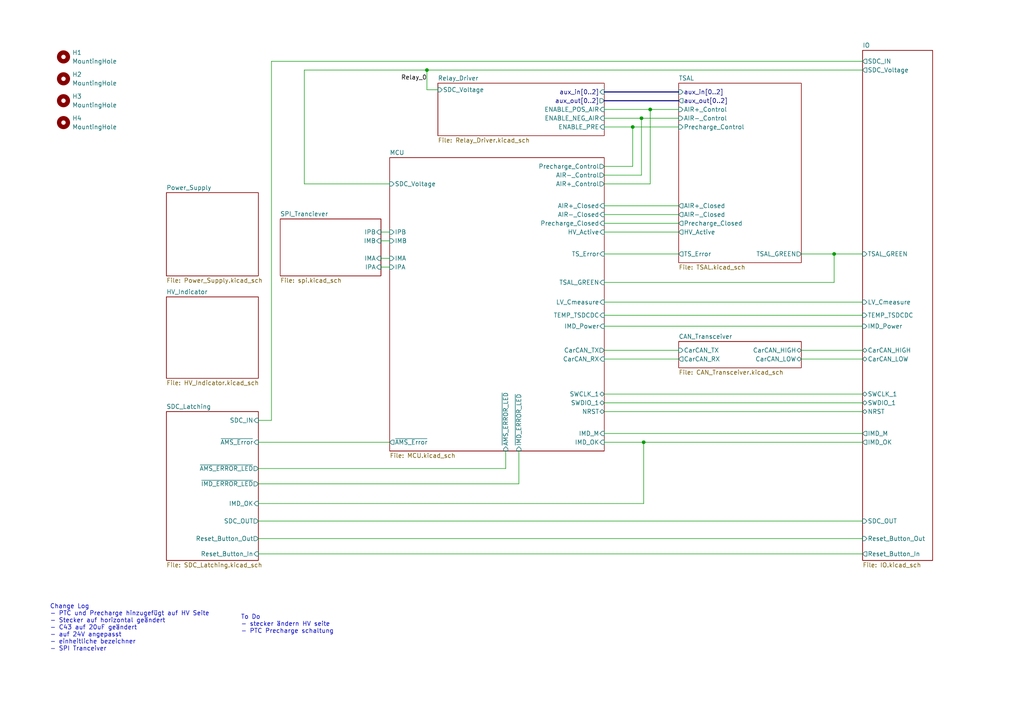
<source format=kicad_sch>
(kicad_sch
	(version 20231120)
	(generator "eeschema")
	(generator_version "8.0")
	(uuid "e63e39d7-6ac0-4ffd-8aa3-1841a4541b55")
	(paper "A4")
	(lib_symbols
		(symbol "Mechanical:MountingHole"
			(pin_names
				(offset 1.016)
			)
			(exclude_from_sim yes)
			(in_bom no)
			(on_board yes)
			(property "Reference" "H"
				(at 0 5.08 0)
				(effects
					(font
						(size 1.27 1.27)
					)
				)
			)
			(property "Value" "MountingHole"
				(at 0 3.175 0)
				(effects
					(font
						(size 1.27 1.27)
					)
				)
			)
			(property "Footprint" ""
				(at 0 0 0)
				(effects
					(font
						(size 1.27 1.27)
					)
					(hide yes)
				)
			)
			(property "Datasheet" "~"
				(at 0 0 0)
				(effects
					(font
						(size 1.27 1.27)
					)
					(hide yes)
				)
			)
			(property "Description" "Mounting Hole without connection"
				(at 0 0 0)
				(effects
					(font
						(size 1.27 1.27)
					)
					(hide yes)
				)
			)
			(property "ki_keywords" "mounting hole"
				(at 0 0 0)
				(effects
					(font
						(size 1.27 1.27)
					)
					(hide yes)
				)
			)
			(property "ki_fp_filters" "MountingHole*"
				(at 0 0 0)
				(effects
					(font
						(size 1.27 1.27)
					)
					(hide yes)
				)
			)
			(symbol "MountingHole_0_1"
				(circle
					(center 0 0)
					(radius 1.27)
					(stroke
						(width 1.27)
						(type default)
					)
					(fill
						(type none)
					)
				)
			)
		)
	)
	(junction
		(at 241.935 73.66)
		(diameter 0)
		(color 0 0 0 0)
		(uuid "0a7f7cff-c29b-4cc6-9d26-e8a073329d15")
	)
	(junction
		(at 123.825 20.32)
		(diameter 0)
		(color 0 0 0 0)
		(uuid "408fafc3-a377-41a0-b7ba-93182cde2895")
	)
	(junction
		(at 186.69 128.27)
		(diameter 0)
		(color 0 0 0 0)
		(uuid "44793ef5-ff1a-4dd7-a42e-e257f8b8042e")
	)
	(junction
		(at 188.595 31.75)
		(diameter 0)
		(color 0 0 0 0)
		(uuid "4978de48-824e-4da0-ad6c-6a4aefa3ff9d")
	)
	(junction
		(at 183.515 36.83)
		(diameter 0)
		(color 0 0 0 0)
		(uuid "7c350bc1-d08e-421e-9df9-7d582d023d7d")
	)
	(junction
		(at 186.055 34.29)
		(diameter 0)
		(color 0 0 0 0)
		(uuid "a1e57cfd-14f7-4329-8eff-f9f55eb71a7d")
	)
	(wire
		(pts
			(xy 175.26 59.69) (xy 196.85 59.69)
		)
		(stroke
			(width 0)
			(type default)
		)
		(uuid "0d9e68e2-e8e4-431c-a910-77e002f64916")
	)
	(wire
		(pts
			(xy 188.595 53.34) (xy 188.595 31.75)
		)
		(stroke
			(width 0)
			(type default)
		)
		(uuid "161c37ee-859e-408a-bfc2-59491a96f951")
	)
	(wire
		(pts
			(xy 175.26 36.83) (xy 183.515 36.83)
		)
		(stroke
			(width 0)
			(type default)
		)
		(uuid "1860a00d-f6ff-4922-be20-059a8da73e09")
	)
	(wire
		(pts
			(xy 175.26 94.615) (xy 250.19 94.615)
		)
		(stroke
			(width 0)
			(type default)
		)
		(uuid "18e14012-8379-44ba-bc03-22592befc89a")
	)
	(wire
		(pts
			(xy 175.26 128.27) (xy 186.69 128.27)
		)
		(stroke
			(width 0)
			(type default)
		)
		(uuid "1b75a20a-67f1-4c22-93ad-86624ea64c65")
	)
	(wire
		(pts
			(xy 186.055 34.29) (xy 196.85 34.29)
		)
		(stroke
			(width 0)
			(type default)
		)
		(uuid "1db01ef0-e8ca-4592-b2d3-07fb736a1c26")
	)
	(wire
		(pts
			(xy 110.49 67.31) (xy 113.03 67.31)
		)
		(stroke
			(width 0)
			(type default)
		)
		(uuid "24f82c31-79c3-42d8-ae53-1dfc0417f292")
	)
	(wire
		(pts
			(xy 186.69 128.27) (xy 186.69 146.05)
		)
		(stroke
			(width 0)
			(type default)
		)
		(uuid "30e997bf-188f-4d9b-bd84-fbf9b303fdbc")
	)
	(bus
		(pts
			(xy 175.26 29.21) (xy 196.85 29.21)
		)
		(stroke
			(width 0)
			(type default)
		)
		(uuid "31ffb8c5-4965-42af-9ed5-2cde8d5c615d")
	)
	(wire
		(pts
			(xy 175.26 31.75) (xy 188.595 31.75)
		)
		(stroke
			(width 0)
			(type default)
		)
		(uuid "32c45256-301b-4d4b-9c80-908f3eaa6645")
	)
	(wire
		(pts
			(xy 78.74 17.78) (xy 250.19 17.78)
		)
		(stroke
			(width 0)
			(type default)
		)
		(uuid "39b04c6a-a164-49f1-abea-a3a32285d465")
	)
	(wire
		(pts
			(xy 175.26 81.915) (xy 241.935 81.915)
		)
		(stroke
			(width 0)
			(type default)
		)
		(uuid "3aeadea1-001e-4433-96d3-f973553a40ce")
	)
	(wire
		(pts
			(xy 88.265 53.34) (xy 113.03 53.34)
		)
		(stroke
			(width 0)
			(type default)
		)
		(uuid "43ff35e9-7cd8-4f62-aee2-70328842afeb")
	)
	(wire
		(pts
			(xy 74.93 156.21) (xy 250.19 156.21)
		)
		(stroke
			(width 0)
			(type default)
		)
		(uuid "4c72069e-2911-45fc-ac82-d63dbffe3b04")
	)
	(wire
		(pts
			(xy 183.515 36.83) (xy 183.515 48.26)
		)
		(stroke
			(width 0)
			(type default)
		)
		(uuid "4ec701c3-5b60-44fd-aa98-394de6f7caab")
	)
	(wire
		(pts
			(xy 188.595 31.75) (xy 196.85 31.75)
		)
		(stroke
			(width 0)
			(type default)
		)
		(uuid "51e28119-6df5-4157-ad5a-a917e8c3b6f3")
	)
	(wire
		(pts
			(xy 232.41 104.14) (xy 250.19 104.14)
		)
		(stroke
			(width 0)
			(type default)
		)
		(uuid "52f50848-80d1-428f-ab45-bb31bf0b1bf9")
	)
	(wire
		(pts
			(xy 110.49 77.47) (xy 113.03 77.47)
		)
		(stroke
			(width 0)
			(type default)
		)
		(uuid "54692d45-1676-44b5-883b-2bc41b0fdb8c")
	)
	(wire
		(pts
			(xy 74.93 140.335) (xy 150.495 140.335)
		)
		(stroke
			(width 0)
			(type default)
		)
		(uuid "56636031-e736-471a-aef1-0ac263156ba7")
	)
	(wire
		(pts
			(xy 175.26 73.66) (xy 196.85 73.66)
		)
		(stroke
			(width 0)
			(type default)
		)
		(uuid "59c97f32-e3dc-44cd-97bd-a21f9f2761ed")
	)
	(wire
		(pts
			(xy 175.26 48.26) (xy 183.515 48.26)
		)
		(stroke
			(width 0)
			(type default)
		)
		(uuid "619d8902-06d2-4923-bb65-cfa8d092be87")
	)
	(wire
		(pts
			(xy 175.26 67.31) (xy 196.85 67.31)
		)
		(stroke
			(width 0)
			(type default)
		)
		(uuid "689e55e4-2dd3-42ef-a281-07f6d1c857b3")
	)
	(wire
		(pts
			(xy 74.93 128.27) (xy 113.03 128.27)
		)
		(stroke
			(width 0)
			(type default)
		)
		(uuid "6d2f0521-9da9-4af2-a499-d52735120f75")
	)
	(wire
		(pts
			(xy 110.49 69.85) (xy 113.03 69.85)
		)
		(stroke
			(width 0)
			(type default)
		)
		(uuid "6f739289-0d73-4828-8ed9-0bb5278b8b5b")
	)
	(wire
		(pts
			(xy 150.495 130.81) (xy 150.495 140.335)
		)
		(stroke
			(width 0)
			(type default)
		)
		(uuid "6f995fe1-0166-4ccb-ab08-e9ce4b1480ae")
	)
	(wire
		(pts
			(xy 175.26 114.3) (xy 250.19 114.3)
		)
		(stroke
			(width 0)
			(type default)
		)
		(uuid "72de219e-ea5c-4118-91e1-aa7450812977")
	)
	(wire
		(pts
			(xy 175.26 119.38) (xy 250.19 119.38)
		)
		(stroke
			(width 0)
			(type default)
		)
		(uuid "750042e4-ec72-4b72-a7a1-170d65b6a550")
	)
	(wire
		(pts
			(xy 74.93 121.92) (xy 78.74 121.92)
		)
		(stroke
			(width 0)
			(type default)
		)
		(uuid "78a24785-3b42-46fa-9caf-3fc007c85f2c")
	)
	(wire
		(pts
			(xy 241.935 73.66) (xy 250.19 73.66)
		)
		(stroke
			(width 0)
			(type default)
		)
		(uuid "79c4682b-6f04-465e-bf87-1364ab0de3e5")
	)
	(wire
		(pts
			(xy 241.935 73.66) (xy 241.935 81.915)
		)
		(stroke
			(width 0)
			(type default)
		)
		(uuid "7bf839f6-fe27-416f-b4fb-8b45d66e9c7a")
	)
	(wire
		(pts
			(xy 175.26 50.8) (xy 186.055 50.8)
		)
		(stroke
			(width 0)
			(type default)
		)
		(uuid "7eae9a3b-04d0-4025-90cb-4b284bd379ef")
	)
	(wire
		(pts
			(xy 123.825 26.035) (xy 127 26.035)
		)
		(stroke
			(width 0)
			(type default)
		)
		(uuid "7fe8261e-9374-4542-8746-31b48c970009")
	)
	(wire
		(pts
			(xy 88.265 20.32) (xy 88.265 53.34)
		)
		(stroke
			(width 0)
			(type default)
		)
		(uuid "86c8f75c-d22e-41f4-9b54-7366753afa46")
	)
	(wire
		(pts
			(xy 175.26 64.77) (xy 196.85 64.77)
		)
		(stroke
			(width 0)
			(type default)
		)
		(uuid "879ccb09-3504-4864-9c31-833d63a283d6")
	)
	(wire
		(pts
			(xy 175.26 34.29) (xy 186.055 34.29)
		)
		(stroke
			(width 0)
			(type default)
		)
		(uuid "8893e1cb-365b-4c9c-a85e-2244f030fd1e")
	)
	(wire
		(pts
			(xy 175.26 62.23) (xy 196.85 62.23)
		)
		(stroke
			(width 0)
			(type default)
		)
		(uuid "88aeddeb-4036-4f17-8c76-83e7e6bb50bc")
	)
	(wire
		(pts
			(xy 110.49 74.93) (xy 113.03 74.93)
		)
		(stroke
			(width 0)
			(type default)
		)
		(uuid "8b1d64f7-3258-49b4-92aa-93c8541190ba")
	)
	(wire
		(pts
			(xy 232.41 73.66) (xy 241.935 73.66)
		)
		(stroke
			(width 0)
			(type default)
		)
		(uuid "8f2e9e26-e3f1-440c-a826-c9d96000f0ea")
	)
	(wire
		(pts
			(xy 186.69 128.27) (xy 250.19 128.27)
		)
		(stroke
			(width 0)
			(type default)
		)
		(uuid "970ec349-aa6c-4058-9a8a-06f8b0ada789")
	)
	(wire
		(pts
			(xy 123.825 20.32) (xy 123.825 26.035)
		)
		(stroke
			(width 0)
			(type default)
		)
		(uuid "9eaca443-67c5-43d3-a2cb-8dc2134d743d")
	)
	(wire
		(pts
			(xy 175.26 87.63) (xy 250.19 87.63)
		)
		(stroke
			(width 0)
			(type default)
		)
		(uuid "a07ba9bc-6ee6-4356-918f-f47ec7cc369e")
	)
	(wire
		(pts
			(xy 74.93 160.655) (xy 250.19 160.655)
		)
		(stroke
			(width 0)
			(type default)
		)
		(uuid "a14d2587-5011-4932-895b-968b85fb9c29")
	)
	(wire
		(pts
			(xy 175.26 125.73) (xy 250.19 125.73)
		)
		(stroke
			(width 0)
			(type default)
		)
		(uuid "a268a543-1d94-4c7d-9e93-681aa6017876")
	)
	(wire
		(pts
			(xy 175.26 101.6) (xy 196.85 101.6)
		)
		(stroke
			(width 0)
			(type default)
		)
		(uuid "bbd9a530-d966-44db-b792-6b8364074399")
	)
	(wire
		(pts
			(xy 183.515 36.83) (xy 196.85 36.83)
		)
		(stroke
			(width 0)
			(type default)
		)
		(uuid "bd7c142b-1b4a-4e3e-891a-2fc7994c4031")
	)
	(wire
		(pts
			(xy 175.26 116.84) (xy 250.19 116.84)
		)
		(stroke
			(width 0)
			(type default)
		)
		(uuid "c7fe1963-cd78-4101-8ef6-6dcc644a8e7d")
	)
	(wire
		(pts
			(xy 175.26 91.44) (xy 250.19 91.44)
		)
		(stroke
			(width 0)
			(type default)
		)
		(uuid "cca14e52-daa2-472f-b950-9a1276c72fee")
	)
	(bus
		(pts
			(xy 175.26 26.67) (xy 196.85 26.67)
		)
		(stroke
			(width 0)
			(type default)
		)
		(uuid "cea651cf-4b09-4040-866b-09f29baccde7")
	)
	(wire
		(pts
			(xy 74.93 151.13) (xy 250.19 151.13)
		)
		(stroke
			(width 0)
			(type default)
		)
		(uuid "d0c6c499-7a00-48b4-bd4b-891bbdb16994")
	)
	(wire
		(pts
			(xy 146.685 135.89) (xy 146.685 130.81)
		)
		(stroke
			(width 0)
			(type default)
		)
		(uuid "d316bfb3-2c73-4ff1-84e3-75c482cbfaa2")
	)
	(wire
		(pts
			(xy 175.26 104.14) (xy 196.85 104.14)
		)
		(stroke
			(width 0)
			(type default)
		)
		(uuid "d53b8b6f-dec9-4a34-9e59-6fc2f5bafc6c")
	)
	(wire
		(pts
			(xy 74.93 135.89) (xy 146.685 135.89)
		)
		(stroke
			(width 0)
			(type default)
		)
		(uuid "e0757bcb-e970-4f03-94f2-6301484ac229")
	)
	(wire
		(pts
			(xy 123.825 20.32) (xy 250.19 20.32)
		)
		(stroke
			(width 0)
			(type default)
		)
		(uuid "e4022d97-9262-4b9e-8880-03a4afd73d19")
	)
	(wire
		(pts
			(xy 74.93 146.05) (xy 186.69 146.05)
		)
		(stroke
			(width 0)
			(type default)
		)
		(uuid "ea203829-7c79-4d55-8c55-d3d8ecb641ef")
	)
	(wire
		(pts
			(xy 88.265 20.32) (xy 123.825 20.32)
		)
		(stroke
			(width 0)
			(type default)
		)
		(uuid "ec66eea5-ae96-4bf7-93db-2f86111f3986")
	)
	(wire
		(pts
			(xy 78.74 17.78) (xy 78.74 121.92)
		)
		(stroke
			(width 0)
			(type default)
		)
		(uuid "ef04e179-1035-430f-b8a3-37f6edb09c73")
	)
	(wire
		(pts
			(xy 232.41 101.6) (xy 250.19 101.6)
		)
		(stroke
			(width 0)
			(type default)
		)
		(uuid "f4eb62d3-6998-4510-806f-341547b3745d")
	)
	(wire
		(pts
			(xy 186.055 34.29) (xy 186.055 50.8)
		)
		(stroke
			(width 0)
			(type default)
		)
		(uuid "f883506b-40b7-4a33-8b08-87bb566721c7")
	)
	(wire
		(pts
			(xy 175.26 53.34) (xy 188.595 53.34)
		)
		(stroke
			(width 0)
			(type default)
		)
		(uuid "fa484b90-07b7-4a9e-9fea-6e2a33d9559c")
	)
	(text "Change Log\n- PTC und Precharge hinzugefügt auf HV Seite\n- Stecker auf horizontal geändert \n- C43 auf 20uF geändert\n- auf 24V angepasst\n- einheitliche bezeichner\n- SPI Tranceiver"
		(exclude_from_sim no)
		(at 14.478 182.118 0)
		(effects
			(font
				(size 1.27 1.27)
			)
			(justify left)
		)
		(uuid "95ef62d0-bad7-41e3-b637-788373aeae7f")
	)
	(text "To Do\n- stecker ändern HV seite\n- PTC Precharge schaltung"
		(exclude_from_sim no)
		(at 69.85 181.102 0)
		(effects
			(font
				(size 1.27 1.27)
			)
			(justify left)
		)
		(uuid "ce23c0a7-0559-4e7e-9ce8-9859445b090e")
	)
	(label "Relay_0"
		(at 123.825 23.495 180)
		(fields_autoplaced yes)
		(effects
			(font
				(size 1.27 1.27)
				(color 0 0 0 1)
			)
			(justify right bottom)
		)
		(uuid "5a0c03f1-96bf-4aa0-a982-95eb41ebc984")
		(property "Netclass" "Relay"
			(at 123.825 24.765 0)
			(effects
				(font
					(size 1.27 1.27)
					(bold yes)
					(italic yes)
				)
				(justify right)
				(hide yes)
			)
		)
	)
	(symbol
		(lib_id "Mechanical:MountingHole")
		(at 18.415 22.86 0)
		(unit 1)
		(exclude_from_sim yes)
		(in_bom no)
		(on_board yes)
		(dnp no)
		(fields_autoplaced yes)
		(uuid "21853630-98ed-40d6-a6a4-eace38ba178b")
		(property "Reference" "H2"
			(at 20.955 21.5899 0)
			(effects
				(font
					(size 1.27 1.27)
				)
				(justify left)
			)
		)
		(property "Value" "MountingHole"
			(at 20.955 24.1299 0)
			(effects
				(font
					(size 1.27 1.27)
				)
				(justify left)
			)
		)
		(property "Footprint" "MountingHole:MountingHole_3.2mm_M3"
			(at 18.415 22.86 0)
			(effects
				(font
					(size 1.27 1.27)
				)
				(hide yes)
			)
		)
		(property "Datasheet" "~"
			(at 18.415 22.86 0)
			(effects
				(font
					(size 1.27 1.27)
				)
				(hide yes)
			)
		)
		(property "Description" "Mounting Hole without connection"
			(at 18.415 22.86 0)
			(effects
				(font
					(size 1.27 1.27)
				)
				(hide yes)
			)
		)
		(instances
			(project "Master_FT25"
				(path "/e63e39d7-6ac0-4ffd-8aa3-1841a4541b55"
					(reference "H2")
					(unit 1)
				)
			)
		)
	)
	(symbol
		(lib_id "Mechanical:MountingHole")
		(at 18.415 16.51 0)
		(unit 1)
		(exclude_from_sim yes)
		(in_bom no)
		(on_board yes)
		(dnp no)
		(fields_autoplaced yes)
		(uuid "a2972b97-1264-4697-a55c-9d28d1e676e2")
		(property "Reference" "H1"
			(at 20.955 15.2399 0)
			(effects
				(font
					(size 1.27 1.27)
				)
				(justify left)
			)
		)
		(property "Value" "MountingHole"
			(at 20.955 17.7799 0)
			(effects
				(font
					(size 1.27 1.27)
				)
				(justify left)
			)
		)
		(property "Footprint" "MountingHole:MountingHole_3.2mm_M3"
			(at 18.415 16.51 0)
			(effects
				(font
					(size 1.27 1.27)
				)
				(hide yes)
			)
		)
		(property "Datasheet" "~"
			(at 18.415 16.51 0)
			(effects
				(font
					(size 1.27 1.27)
				)
				(hide yes)
			)
		)
		(property "Description" "Mounting Hole without connection"
			(at 18.415 16.51 0)
			(effects
				(font
					(size 1.27 1.27)
				)
				(hide yes)
			)
		)
		(instances
			(project "Master_FT25"
				(path "/e63e39d7-6ac0-4ffd-8aa3-1841a4541b55"
					(reference "H1")
					(unit 1)
				)
			)
		)
	)
	(symbol
		(lib_id "Mechanical:MountingHole")
		(at 18.415 35.56 0)
		(unit 1)
		(exclude_from_sim yes)
		(in_bom no)
		(on_board yes)
		(dnp no)
		(fields_autoplaced yes)
		(uuid "a349c3df-c545-428f-940e-05c77fd424c0")
		(property "Reference" "H4"
			(at 20.955 34.2899 0)
			(effects
				(font
					(size 1.27 1.27)
				)
				(justify left)
			)
		)
		(property "Value" "MountingHole"
			(at 20.955 36.8299 0)
			(effects
				(font
					(size 1.27 1.27)
				)
				(justify left)
			)
		)
		(property "Footprint" "MountingHole:MountingHole_3.2mm_M3"
			(at 18.415 35.56 0)
			(effects
				(font
					(size 1.27 1.27)
				)
				(hide yes)
			)
		)
		(property "Datasheet" "~"
			(at 18.415 35.56 0)
			(effects
				(font
					(size 1.27 1.27)
				)
				(hide yes)
			)
		)
		(property "Description" "Mounting Hole without connection"
			(at 18.415 35.56 0)
			(effects
				(font
					(size 1.27 1.27)
				)
				(hide yes)
			)
		)
		(instances
			(project "Master_FT25"
				(path "/e63e39d7-6ac0-4ffd-8aa3-1841a4541b55"
					(reference "H4")
					(unit 1)
				)
			)
		)
	)
	(symbol
		(lib_id "Mechanical:MountingHole")
		(at 18.415 29.21 0)
		(unit 1)
		(exclude_from_sim yes)
		(in_bom no)
		(on_board yes)
		(dnp no)
		(fields_autoplaced yes)
		(uuid "d1527598-7f4d-46c2-9d81-1aa748b9fa8d")
		(property "Reference" "H3"
			(at 20.955 27.9399 0)
			(effects
				(font
					(size 1.27 1.27)
				)
				(justify left)
			)
		)
		(property "Value" "MountingHole"
			(at 20.955 30.4799 0)
			(effects
				(font
					(size 1.27 1.27)
				)
				(justify left)
			)
		)
		(property "Footprint" "MountingHole:MountingHole_3.2mm_M3"
			(at 18.415 29.21 0)
			(effects
				(font
					(size 1.27 1.27)
				)
				(hide yes)
			)
		)
		(property "Datasheet" "~"
			(at 18.415 29.21 0)
			(effects
				(font
					(size 1.27 1.27)
				)
				(hide yes)
			)
		)
		(property "Description" "Mounting Hole without connection"
			(at 18.415 29.21 0)
			(effects
				(font
					(size 1.27 1.27)
				)
				(hide yes)
			)
		)
		(instances
			(project "Master_FT25"
				(path "/e63e39d7-6ac0-4ffd-8aa3-1841a4541b55"
					(reference "H3")
					(unit 1)
				)
			)
		)
	)
	(sheet
		(at 48.26 119.38)
		(size 26.67 43.18)
		(fields_autoplaced yes)
		(stroke
			(width 0.1524)
			(type solid)
		)
		(fill
			(color 0 0 0 0.0000)
		)
		(uuid "1faf3ef0-baac-46e1-a293-a43d671ef048")
		(property "Sheetname" "SDC_Latching"
			(at 48.26 118.6684 0)
			(effects
				(font
					(size 1.27 1.27)
				)
				(justify left bottom)
			)
		)
		(property "Sheetfile" "SDC_Latching.kicad_sch"
			(at 48.26 163.1446 0)
			(effects
				(font
					(size 1.27 1.27)
				)
				(justify left top)
			)
		)
		(pin "Reset_Button_In" input
			(at 74.93 160.655 0)
			(effects
				(font
					(size 1.27 1.27)
				)
				(justify right)
			)
			(uuid "d29d350b-902b-4201-b78d-3987c1d43101")
		)
		(pin "Reset_Button_Out" output
			(at 74.93 156.21 0)
			(effects
				(font
					(size 1.27 1.27)
				)
				(justify right)
			)
			(uuid "b3467c47-149f-4dd6-96a3-1425c5e65cd6")
		)
		(pin "SDC_OUT" output
			(at 74.93 151.13 0)
			(effects
				(font
					(size 1.27 1.27)
				)
				(justify right)
			)
			(uuid "04195bc4-f957-489b-8e05-747e1a2601f4")
		)
		(pin "SDC_IN" input
			(at 74.93 121.92 0)
			(effects
				(font
					(size 1.27 1.27)
				)
				(justify right)
			)
			(uuid "92e1de3b-0808-4574-9811-f75c22fccddf")
		)
		(pin "~{AMS_Error}" input
			(at 74.93 128.27 0)
			(effects
				(font
					(size 1.27 1.27)
				)
				(justify right)
			)
			(uuid "d4f4818d-c3c7-4eeb-9c52-aad858d58f30")
		)
		(pin "IMD_OK" input
			(at 74.93 146.05 0)
			(effects
				(font
					(size 1.27 1.27)
				)
				(justify right)
			)
			(uuid "44e26c19-37fa-4e80-adb7-6f8f90521f09")
		)
		(pin "~{AMS_ERROR_LED}" output
			(at 74.93 135.89 0)
			(effects
				(font
					(size 1.27 1.27)
				)
				(justify right)
			)
			(uuid "db873ff3-3fa6-46f9-acf2-1776292c3326")
		)
		(pin "~{IMD_ERROR_LED}" output
			(at 74.93 140.335 0)
			(effects
				(font
					(size 1.27 1.27)
				)
				(justify right)
			)
			(uuid "1e0ea0b3-c0a4-42d3-b88d-ab6314267023")
		)
		(instances
			(project "Master_FT25"
				(path "/e63e39d7-6ac0-4ffd-8aa3-1841a4541b55"
					(page "10")
				)
			)
		)
	)
	(sheet
		(at 48.26 55.88)
		(size 26.67 24.13)
		(fields_autoplaced yes)
		(stroke
			(width 0.1524)
			(type solid)
		)
		(fill
			(color 0 0 0 0.0000)
		)
		(uuid "22dc17c4-8352-43f2-bb65-d704323b2333")
		(property "Sheetname" "Power_Supply"
			(at 48.26 55.1684 0)
			(effects
				(font
					(size 1.27 1.27)
				)
				(justify left bottom)
			)
		)
		(property "Sheetfile" "Power_Supply.kicad_sch"
			(at 48.26 80.5946 0)
			(effects
				(font
					(size 1.27 1.27)
				)
				(justify left top)
			)
		)
		(instances
			(project "Master_FT25"
				(path "/e63e39d7-6ac0-4ffd-8aa3-1841a4541b55"
					(page "8")
				)
			)
		)
	)
	(sheet
		(at 196.85 24.13)
		(size 35.56 52.07)
		(fields_autoplaced yes)
		(stroke
			(width 0.1524)
			(type solid)
		)
		(fill
			(color 0 0 0 0.0000)
		)
		(uuid "5ce1aa0c-f98f-4b94-80bd-f188cf4c57de")
		(property "Sheetname" "TSAL"
			(at 196.85 23.4184 0)
			(effects
				(font
					(size 1.27 1.27)
				)
				(justify left bottom)
			)
		)
		(property "Sheetfile" "TSAL.kicad_sch"
			(at 196.85 76.7846 0)
			(effects
				(font
					(size 1.27 1.27)
				)
				(justify left top)
			)
		)
		(pin "AIR-_Closed" output
			(at 196.85 62.23 180)
			(effects
				(font
					(size 1.27 1.27)
				)
				(justify left)
			)
			(uuid "7f4f978d-1e5d-4a43-b1bf-c4fa7649bd7e")
		)
		(pin "AIR-_Control" input
			(at 196.85 34.29 180)
			(effects
				(font
					(size 1.27 1.27)
				)
				(justify left)
			)
			(uuid "14206ec6-7d56-4612-a521-5201573867ec")
		)
		(pin "AIR+_Control" input
			(at 196.85 31.75 180)
			(effects
				(font
					(size 1.27 1.27)
				)
				(justify left)
			)
			(uuid "97639659-6003-4e23-b4ab-f30326d3a9e4")
		)
		(pin "AIR+_Closed" output
			(at 196.85 59.69 180)
			(effects
				(font
					(size 1.27 1.27)
				)
				(justify left)
			)
			(uuid "6395d9db-d4bc-4c2e-9617-d5b2bf2defa3")
		)
		(pin "HV_Active" output
			(at 196.85 67.31 180)
			(effects
				(font
					(size 1.27 1.27)
				)
				(justify left)
			)
			(uuid "9bc0c846-6b29-4e4d-a0d2-1bffadd4b174")
		)
		(pin "aux_in[0..2]" input
			(at 196.85 26.67 180)
			(effects
				(font
					(size 1.27 1.27)
				)
				(justify left)
			)
			(uuid "62f5980a-ba24-42c2-bf17-3ba93154ccbe")
		)
		(pin "aux_out[0..2]" output
			(at 196.85 29.21 180)
			(effects
				(font
					(size 1.27 1.27)
				)
				(justify left)
			)
			(uuid "7b7686bc-62db-4756-a60c-2a44d69edb52")
		)
		(pin "TS_Error" output
			(at 196.85 73.66 180)
			(effects
				(font
					(size 1.27 1.27)
				)
				(justify left)
			)
			(uuid "2448d2bd-f095-4512-bdbb-8c68f77aacaa")
		)
		(pin "Precharge_Closed" output
			(at 196.85 64.77 180)
			(effects
				(font
					(size 1.27 1.27)
				)
				(justify left)
			)
			(uuid "93060461-877f-42a6-80bd-dbb98ff86726")
		)
		(pin "Precharge_Control" input
			(at 196.85 36.83 180)
			(effects
				(font
					(size 1.27 1.27)
				)
				(justify left)
			)
			(uuid "1df4d53f-ddfd-42ee-ba3c-fb3c93ade126")
		)
		(pin "TSAL_GREEN" output
			(at 232.41 73.66 0)
			(effects
				(font
					(size 1.27 1.27)
				)
				(justify right)
			)
			(uuid "a160ed03-0ccc-4e23-a6c8-c4e67a7fba77")
		)
		(instances
			(project "Master_FT25"
				(path "/e63e39d7-6ac0-4ffd-8aa3-1841a4541b55"
					(page "2")
				)
			)
		)
	)
	(sheet
		(at 48.26 86.106)
		(size 26.67 23.622)
		(fields_autoplaced yes)
		(stroke
			(width 0.1524)
			(type solid)
		)
		(fill
			(color 0 0 0 0.0000)
		)
		(uuid "79aa61b0-3913-4dd5-85ac-a55bcc701429")
		(property "Sheetname" "HV_Indicator"
			(at 48.26 85.3944 0)
			(effects
				(font
					(size 1.27 1.27)
				)
				(justify left bottom)
			)
		)
		(property "Sheetfile" "HV_Indicator.kicad_sch"
			(at 48.26 110.3126 0)
			(effects
				(font
					(size 1.27 1.27)
				)
				(justify left top)
			)
		)
		(instances
			(project "Master_FT25"
				(path "/e63e39d7-6ac0-4ffd-8aa3-1841a4541b55"
					(page "11")
				)
			)
		)
	)
	(sheet
		(at 81.28 63.5)
		(size 29.21 16.51)
		(fields_autoplaced yes)
		(stroke
			(width 0.1524)
			(type solid)
		)
		(fill
			(color 0 0 0 0.0000)
		)
		(uuid "7ea6d794-d6f7-459d-b00f-ed5a8a0446d9")
		(property "Sheetname" "SPI_Tranciever"
			(at 81.28 62.7884 0)
			(effects
				(font
					(size 1.27 1.27)
				)
				(justify left bottom)
			)
		)
		(property "Sheetfile" "spi.kicad_sch"
			(at 81.28 80.5946 0)
			(effects
				(font
					(size 1.27 1.27)
				)
				(justify left top)
			)
		)
		(pin "IPB" input
			(at 110.49 67.31 0)
			(effects
				(font
					(size 1.27 1.27)
				)
				(justify right)
			)
			(uuid "12d18ded-a9ec-4a47-a265-cb4b48bd9928")
		)
		(pin "IMB" input
			(at 110.49 69.85 0)
			(effects
				(font
					(size 1.27 1.27)
				)
				(justify right)
			)
			(uuid "4f5cbb16-21f4-4acb-beed-5735b597fc51")
		)
		(pin "IMA" input
			(at 110.49 74.93 0)
			(effects
				(font
					(size 1.27 1.27)
				)
				(justify right)
			)
			(uuid "fd58e044-12b4-4992-9f63-d59e347d92a5")
		)
		(pin "IPA" input
			(at 110.49 77.47 0)
			(effects
				(font
					(size 1.27 1.27)
				)
				(justify right)
			)
			(uuid "212208da-4d93-4618-932d-5d0895edf826")
		)
		(instances
			(project "Master_FT25"
				(path "/e63e39d7-6ac0-4ffd-8aa3-1841a4541b55"
					(page "15")
				)
			)
		)
	)
	(sheet
		(at 127 24.13)
		(size 48.26 15.24)
		(fields_autoplaced yes)
		(stroke
			(width 0.1524)
			(type solid)
		)
		(fill
			(color 0 0 0 0.0000)
		)
		(uuid "95b8e8bb-175b-4c26-b28f-f18dafbb4793")
		(property "Sheetname" "Relay_Driver"
			(at 127 23.4184 0)
			(effects
				(font
					(size 1.27 1.27)
				)
				(justify left bottom)
			)
		)
		(property "Sheetfile" "Relay_Driver.kicad_sch"
			(at 127 39.9546 0)
			(effects
				(font
					(size 1.27 1.27)
				)
				(justify left top)
			)
		)
		(pin "ENABLE_NEG_AIR" input
			(at 175.26 34.29 0)
			(effects
				(font
					(size 1.27 1.27)
				)
				(justify right)
			)
			(uuid "7edf1e41-024c-4116-abe5-cfef0d5a0efc")
		)
		(pin "ENABLE_POS_AIR" input
			(at 175.26 31.75 0)
			(effects
				(font
					(size 1.27 1.27)
				)
				(justify right)
			)
			(uuid "6e3f7547-4f06-4521-bf16-8b7f213f0b60")
		)
		(pin "aux_out[0..2]" output
			(at 175.26 29.21 0)
			(effects
				(font
					(size 1.27 1.27)
				)
				(justify right)
			)
			(uuid "bf289db5-5459-48e2-b88f-d9d16213c777")
		)
		(pin "aux_in[0..2]" input
			(at 175.26 26.67 0)
			(effects
				(font
					(size 1.27 1.27)
				)
				(justify right)
			)
			(uuid "870086fa-587c-431c-a862-2d36619d4ebf")
		)
		(pin "ENABLE_PRE" input
			(at 175.26 36.83 0)
			(effects
				(font
					(size 1.27 1.27)
				)
				(justify right)
			)
			(uuid "64c41c50-b9c1-41ea-996a-a9c20799ff11")
		)
		(pin "SDC_Voltage" input
			(at 127 26.035 180)
			(effects
				(font
					(size 1.27 1.27)
				)
				(justify left)
			)
			(uuid "4d634957-f32f-40f3-8540-70e44430ba5a")
		)
		(instances
			(project "Master_FT25"
				(path "/e63e39d7-6ac0-4ffd-8aa3-1841a4541b55"
					(page "9")
				)
			)
		)
	)
	(sheet
		(at 113.03 45.72)
		(size 62.23 85.09)
		(fields_autoplaced yes)
		(stroke
			(width 0.1524)
			(type solid)
		)
		(fill
			(color 0 0 0 0.0000)
		)
		(uuid "9b70877c-37a9-427a-bda0-c62874ddc559")
		(property "Sheetname" "MCU"
			(at 113.03 45.0084 0)
			(effects
				(font
					(size 1.27 1.27)
				)
				(justify left bottom)
			)
		)
		(property "Sheetfile" "MCU.kicad_sch"
			(at 113.03 131.3946 0)
			(effects
				(font
					(size 1.27 1.27)
				)
				(justify left top)
			)
		)
		(pin "CarCAN_TX" output
			(at 175.26 101.6 0)
			(effects
				(font
					(size 1.27 1.27)
				)
				(justify right)
			)
			(uuid "f47ef6c8-b550-4302-a5a7-6ab5a6184e74")
		)
		(pin "SWCLK_1" bidirectional
			(at 175.26 114.3 0)
			(effects
				(font
					(size 1.27 1.27)
				)
				(justify right)
			)
			(uuid "605a061b-4108-46bb-8fff-97cfb674055b")
		)
		(pin "SWDIO_1" bidirectional
			(at 175.26 116.84 0)
			(effects
				(font
					(size 1.27 1.27)
				)
				(justify right)
			)
			(uuid "92a776b3-e16c-4951-958d-ef2fb53709a9")
		)
		(pin "CarCAN_RX" input
			(at 175.26 104.14 0)
			(effects
				(font
					(size 1.27 1.27)
				)
				(justify right)
			)
			(uuid "04553aed-dc09-4ba7-a9b1-ab4eaf95146d")
		)
		(pin "AIR+_Control" output
			(at 175.26 53.34 0)
			(effects
				(font
					(size 1.27 1.27)
				)
				(justify right)
			)
			(uuid "2269f88f-a85c-4266-ac04-95bf13eb0efd")
		)
		(pin "AIR-_Control" output
			(at 175.26 50.8 0)
			(effects
				(font
					(size 1.27 1.27)
				)
				(justify right)
			)
			(uuid "d79f89ef-7e64-42d3-9138-46893922b4a9")
		)
		(pin "HV_Active" input
			(at 175.26 67.31 0)
			(effects
				(font
					(size 1.27 1.27)
				)
				(justify right)
			)
			(uuid "c20f76e0-182a-4af7-a081-ae1f520a5b95")
		)
		(pin "AIR+_Closed" input
			(at 175.26 59.69 0)
			(effects
				(font
					(size 1.27 1.27)
				)
				(justify right)
			)
			(uuid "125a1f4f-2acf-4cea-9a03-25b35d16fb96")
		)
		(pin "AIR-_Closed" input
			(at 175.26 62.23 0)
			(effects
				(font
					(size 1.27 1.27)
				)
				(justify right)
			)
			(uuid "fbfd2a87-a250-44fd-96a7-e8079404fc85")
		)
		(pin "SDC_Voltage" input
			(at 113.03 53.34 180)
			(effects
				(font
					(size 1.27 1.27)
				)
				(justify left)
			)
			(uuid "3329bc08-3485-4d06-b547-eed9d73de875")
		)
		(pin "IMD_OK" input
			(at 175.26 128.27 0)
			(effects
				(font
					(size 1.27 1.27)
				)
				(justify right)
			)
			(uuid "2f1fce94-ecdd-445f-a70b-53aa628f7126")
		)
		(pin "TS_Error" input
			(at 175.26 73.66 0)
			(effects
				(font
					(size 1.27 1.27)
				)
				(justify right)
			)
			(uuid "e3623c8f-21c5-4339-8297-19f16439a3f4")
		)
		(pin "IMD_M" input
			(at 175.26 125.73 0)
			(effects
				(font
					(size 1.27 1.27)
				)
				(justify right)
			)
			(uuid "8bae7699-4069-414c-8d5a-73d7082e11e5")
		)
		(pin "Precharge_Control" output
			(at 175.26 48.26 0)
			(effects
				(font
					(size 1.27 1.27)
				)
				(justify right)
			)
			(uuid "cdca4c58-1262-4bde-80f4-02b467f8aafe")
		)
		(pin "Precharge_Closed" input
			(at 175.26 64.77 0)
			(effects
				(font
					(size 1.27 1.27)
				)
				(justify right)
			)
			(uuid "f2f0c2fe-7ac4-4a48-bfa7-9d0e6e156dc7")
		)
		(pin "~{AMS_Error}" output
			(at 113.03 128.27 180)
			(effects
				(font
					(size 1.27 1.27)
				)
				(justify left)
			)
			(uuid "65e84e94-ce74-43d6-a40c-f2a3cd2a6ac8")
		)
		(pin "IMB" input
			(at 113.03 69.85 180)
			(effects
				(font
					(size 1.27 1.27)
				)
				(justify left)
			)
			(uuid "9695f347-9a45-415a-a0c0-c9817bf10ea3")
		)
		(pin "IMA" input
			(at 113.03 74.93 180)
			(effects
				(font
					(size 1.27 1.27)
				)
				(justify left)
			)
			(uuid "a62c6dcb-8b7d-4a24-adec-3aba3d84e6ab")
		)
		(pin "IPA" input
			(at 113.03 77.47 180)
			(effects
				(font
					(size 1.27 1.27)
				)
				(justify left)
			)
			(uuid "409a6711-a53b-4ad0-a904-98393d158eed")
		)
		(pin "IPB" input
			(at 113.03 67.31 180)
			(effects
				(font
					(size 1.27 1.27)
				)
				(justify left)
			)
			(uuid "a0783acc-e661-4dd4-bb10-3985abf0e608")
		)
		(pin "~{IMD_ERROR_LED}" input
			(at 150.495 130.81 270)
			(effects
				(font
					(size 1.27 1.27)
				)
				(justify left)
			)
			(uuid "3c6c52fa-82f4-40f6-8656-08db2fe24843")
		)
		(pin "~{AMS_ERROR_LED}" input
			(at 146.685 130.81 270)
			(effects
				(font
					(size 1.27 1.27)
				)
				(justify left)
			)
			(uuid "98921bb8-c18c-427f-8b3d-3fbc3b24206d")
		)
		(pin "TSAL_GREEN" input
			(at 175.26 81.915 0)
			(effects
				(font
					(size 1.27 1.27)
				)
				(justify right)
			)
			(uuid "c8c1c101-9fca-4c91-b1ff-0ae7a322ed0e")
		)
		(pin "IMD_Power" input
			(at 175.26 94.615 0)
			(effects
				(font
					(size 1.27 1.27)
				)
				(justify right)
			)
			(uuid "b5f88973-9cf9-48af-a376-4344bfa40928")
		)
		(pin "LV_Cmeasure" input
			(at 175.26 87.63 0)
			(effects
				(font
					(size 1.27 1.27)
				)
				(justify right)
			)
			(uuid "254be6ce-83aa-48d5-b981-8e4e2d7761f9")
		)
		(pin "NRST" bidirectional
			(at 175.26 119.38 0)
			(effects
				(font
					(size 1.27 1.27)
				)
				(justify right)
			)
			(uuid "e05a939d-5d9f-44c5-82f0-715cf4d59192")
		)
		(pin "TEMP_TSDCDC" input
			(at 175.26 91.44 0)
			(effects
				(font
					(size 1.27 1.27)
				)
				(justify right)
			)
			(uuid "bad1f67e-a092-4c65-b87d-da69f8343546")
		)
		(instances
			(project "Master_FT25"
				(path "/e63e39d7-6ac0-4ffd-8aa3-1841a4541b55"
					(page "7")
				)
			)
		)
	)
	(sheet
		(at 196.85 99.06)
		(size 35.56 7.62)
		(fields_autoplaced yes)
		(stroke
			(width 0.1524)
			(type solid)
		)
		(fill
			(color 0 0 0 0.0000)
		)
		(uuid "c358f375-f19f-4341-b85b-3ee34c210f74")
		(property "Sheetname" "CAN_Transceiver"
			(at 196.85 98.3484 0)
			(effects
				(font
					(size 1.27 1.27)
				)
				(justify left bottom)
			)
		)
		(property "Sheetfile" "CAN_Transceiver.kicad_sch"
			(at 196.85 107.2646 0)
			(effects
				(font
					(size 1.27 1.27)
				)
				(justify left top)
			)
		)
		(pin "CarCAN_HIGH" bidirectional
			(at 232.41 101.6 0)
			(effects
				(font
					(size 1.27 1.27)
				)
				(justify right)
			)
			(uuid "fa65e9f0-a816-4cfb-b357-ecef57b3b82d")
		)
		(pin "CarCAN_LOW" bidirectional
			(at 232.41 104.14 0)
			(effects
				(font
					(size 1.27 1.27)
				)
				(justify right)
			)
			(uuid "934324c6-b02c-4f3e-ac08-05f9d8568f0c")
		)
		(pin "CarCAN_RX" output
			(at 196.85 104.14 180)
			(effects
				(font
					(size 1.27 1.27)
				)
				(justify left)
			)
			(uuid "31629ba9-9ca0-47ad-8673-f9b3b28a9e35")
		)
		(pin "CarCAN_TX" input
			(at 196.85 101.6 180)
			(effects
				(font
					(size 1.27 1.27)
				)
				(justify left)
			)
			(uuid "8d8c23ec-d24d-4183-b1f7-cf9ad53f8460")
		)
		(instances
			(project "Master_FT25"
				(path "/e63e39d7-6ac0-4ffd-8aa3-1841a4541b55"
					(page "9")
				)
			)
		)
	)
	(sheet
		(at 250.19 14.605)
		(size 20.32 147.955)
		(fields_autoplaced yes)
		(stroke
			(width 0.1524)
			(type solid)
		)
		(fill
			(color 0 0 0 0.0000)
		)
		(uuid "e59bef98-744e-4b2e-ac94-b25961b27b6b")
		(property "Sheetname" "IO"
			(at 250.19 13.8934 0)
			(effects
				(font
					(size 1.27 1.27)
				)
				(justify left bottom)
			)
		)
		(property "Sheetfile" "IO.kicad_sch"
			(at 250.19 163.1446 0)
			(effects
				(font
					(size 1.27 1.27)
				)
				(justify left top)
			)
		)
		(pin "IMD_OK" output
			(at 250.19 128.27 180)
			(effects
				(font
					(size 1.27 1.27)
				)
				(justify left)
			)
			(uuid "73a53e5f-47d4-429e-b637-fe2428dc243a")
		)
		(pin "CarCAN_HIGH" bidirectional
			(at 250.19 101.6 180)
			(effects
				(font
					(size 1.27 1.27)
				)
				(justify left)
			)
			(uuid "cfd54fc9-5d46-422b-b49a-82ec9ef3d301")
		)
		(pin "CarCAN_LOW" bidirectional
			(at 250.19 104.14 180)
			(effects
				(font
					(size 1.27 1.27)
				)
				(justify left)
			)
			(uuid "4908e932-225b-41df-985d-1241673c0a49")
		)
		(pin "SDC_OUT" input
			(at 250.19 151.13 180)
			(effects
				(font
					(size 1.27 1.27)
				)
				(justify left)
			)
			(uuid "34508969-254e-4438-9b33-7cb21198ee8f")
		)
		(pin "SDC_IN" output
			(at 250.19 17.78 180)
			(effects
				(font
					(size 1.27 1.27)
				)
				(justify left)
			)
			(uuid "8495abc2-3730-425c-b838-1c99612cd81e")
		)
		(pin "SWCLK_1" bidirectional
			(at 250.19 114.3 180)
			(effects
				(font
					(size 1.27 1.27)
				)
				(justify left)
			)
			(uuid "437f6c45-8b21-41bf-8d1c-725319dff698")
		)
		(pin "SWDIO_1" bidirectional
			(at 250.19 116.84 180)
			(effects
				(font
					(size 1.27 1.27)
				)
				(justify left)
			)
			(uuid "e266763f-e667-425b-aba3-e0a9fc3d9f72")
		)
		(pin "Reset_Button_Out" input
			(at 250.19 156.21 180)
			(effects
				(font
					(size 1.27 1.27)
				)
				(justify left)
			)
			(uuid "7097514d-9ab0-49c8-801c-09b9f72ebdaa")
		)
		(pin "Reset_Button_In" output
			(at 250.19 160.655 180)
			(effects
				(font
					(size 1.27 1.27)
				)
				(justify left)
			)
			(uuid "27a983f6-d6be-4239-89dd-edb014519101")
		)
		(pin "IMD_M" output
			(at 250.19 125.73 180)
			(effects
				(font
					(size 1.27 1.27)
				)
				(justify left)
			)
			(uuid "a7ce4794-481c-4781-9ab5-060183fd78cb")
		)
		(pin "TSAL_GREEN" input
			(at 250.19 73.66 180)
			(effects
				(font
					(size 1.27 1.27)
				)
				(justify left)
			)
			(uuid "9a9624b0-654d-4442-8a3c-d3ea916177b2")
		)
		(pin "SDC_Voltage" output
			(at 250.19 20.32 180)
			(effects
				(font
					(size 1.27 1.27)
				)
				(justify left)
			)
			(uuid "65e03ba9-c7d9-4f9a-b3ef-d75fc55081ec")
		)
		(pin "IMD_Power" input
			(at 250.19 94.615 180)
			(effects
				(font
					(size 1.27 1.27)
				)
				(justify left)
			)
			(uuid "0765be10-6e68-4975-a0cd-2fc202579881")
		)
		(pin "LV_Cmeasure" input
			(at 250.19 87.63 180)
			(effects
				(font
					(size 1.27 1.27)
				)
				(justify left)
			)
			(uuid "3116f761-651c-42f1-ab1e-4176d18b069c")
		)
		(pin "NRST" bidirectional
			(at 250.19 119.38 180)
			(effects
				(font
					(size 1.27 1.27)
				)
				(justify left)
			)
			(uuid "ce49ebb2-e147-4bc0-822a-dcc07fca15cf")
		)
		(pin "TEMP_TSDCDC" input
			(at 250.19 91.44 180)
			(effects
				(font
					(size 1.27 1.27)
				)
				(justify left)
			)
			(uuid "6acb0152-a506-4b08-8ddd-869095583706")
		)
		(instances
			(project "Master_FT25"
				(path "/e63e39d7-6ac0-4ffd-8aa3-1841a4541b55"
					(page "12")
				)
			)
		)
	)
	(sheet_instances
		(path "/"
			(page "1")
		)
	)
)

</source>
